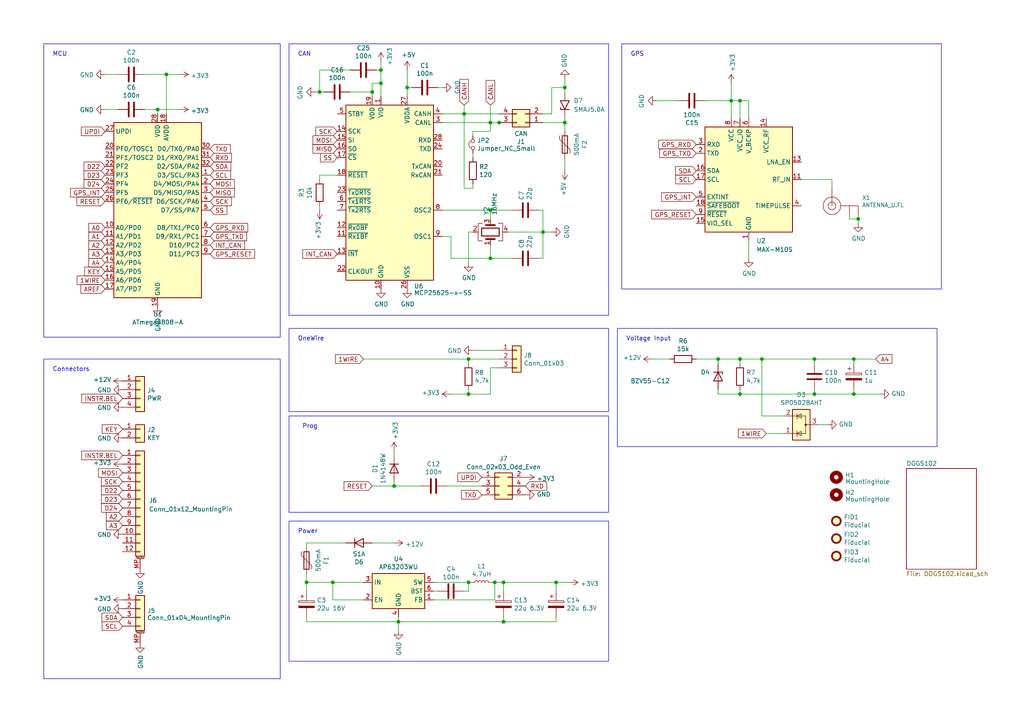
<source format=kicad_sch>
(kicad_sch (version 20230121) (generator eeschema)
  (paper "A4")
  (title_block (title "SmartDisplay") (date "2023-05-30") (rev "0.10") (company "fiz-o-matic"))
  (junction (at 107.95 26.67))
  (junction (at 247.65 104.14))
  (junction (at 220.98 104.14))
  (junction (at 110.49 24.13))
  (junction (at 142.24 74.93))
  (junction (at 142.24 60.96))
  (junction (at 146.05 180.34))
  (junction (at 214.63 114.3))
  (junction (at 247.65 114.3))
  (junction (at 163.83 35.56))
  (junction (at 248.92 63.5))
  (junction (at 146.05 168.91))
  (junction (at 143.51 168.91))
  (junction (at 110.49 20.32))
  (junction (at 157.48 67.31))
  (junction (at 134.62 33.02))
  (junction (at 212.09 29.21))
  (junction (at 88.9 168.91))
  (junction (at 208.28 104.14))
  (junction (at 45.72 31.75))
  (junction (at 96.52 168.91))
  (junction (at 135.89 168.91))
  (junction (at 135.89 114.3))
  (junction (at 48.26 21.59))
  (junction (at 214.63 29.21))
  (junction (at 236.22 104.14))
  (junction (at 214.63 104.14))
  (junction (at 236.22 114.3))
  (junction (at 115.57 180.34))
  (junction (at 135.89 104.14))
  (junction (at 92.71 26.67))
  (junction (at 142.24 35.56))
  (junction (at 161.29 168.91))
  (junction (at 163.83 25.4))
  (junction (at 144.78 35.56))
  (junction (at 118.11 25.4))
  (junction (at 114.3 140.97))
  (wire (pts (xy 114.3 139.7) (xy 114.3 140.97)))
  (wire (pts (xy 232.41 52.07) (xy 241.3 52.07)))
  (wire (pts (xy 115.57 180.34) (xy 146.05 180.34)))
  (wire (pts (xy 143.51 173.99) (xy 143.51 168.91)))
  (wire (pts (xy 114.3 140.97) (xy 121.92 140.97)))
  (wire (pts (xy 160.02 33.02) (xy 160.02 25.4)))
  (wire (pts (xy 161.29 168.91) (xy 165.1 168.91)))
  (wire (pts (xy 246.38 63.5) (xy 248.92 63.5)))
  (wire (pts (xy 135.89 171.45) (xy 135.89 168.91)))
  (wire (pts (xy 128.27 60.96) (xy 142.24 60.96)))
  (wire (pts (xy 160.02 25.4) (xy 163.83 25.4)))
  (wire (pts (xy 142.24 74.93) (xy 148.59 74.93)))
  (wire (pts (xy 92.71 26.67) (xy 93.98 26.67)))
  (wire (pts (xy 135.89 104.14) (xy 144.78 104.14)))
  (wire (pts (xy 130.81 74.93) (xy 142.24 74.93)))
  (wire (pts (xy 135.89 105.41) (xy 135.89 104.14)))
  (wire (pts (xy 208.28 105.41) (xy 208.28 104.14)))
  (wire (pts (xy 161.29 180.34) (xy 161.29 179.07)))
  (wire (pts (xy 142.24 71.12) (xy 142.24 74.93)))
  (wire (pts (xy 189.23 104.14) (xy 194.31 104.14)))
  (wire (pts (xy 220.98 120.65) (xy 227.33 120.65)))
  (wire (pts (xy 163.83 26.67) (xy 163.83 25.4)))
  (wire (pts (xy 41.91 21.59) (xy 48.26 21.59)))
  (wire (pts (xy 88.9 166.37) (xy 88.9 168.91)))
  (wire (pts (xy 147.32 67.31) (xy 157.48 67.31)))
  (wire (pts (xy 214.63 105.41) (xy 214.63 104.14)))
  (wire (pts (xy 88.9 168.91) (xy 96.52 168.91)))
  (wire (pts (xy 247.65 104.14) (xy 254 104.14)))
  (wire (pts (xy 48.26 21.59) (xy 48.26 33.02)))
  (wire (pts (xy 248.92 62.23) (xy 248.92 63.5)))
  (wire (pts (xy 30.48 21.59) (xy 34.29 21.59)))
  (wire (pts (xy 96.52 173.99) (xy 96.52 168.91)))
  (wire (pts (xy 105.41 104.14) (xy 135.89 104.14)))
  (wire (pts (xy 137.16 54.61) (xy 137.16 53.34)))
  (wire (pts (xy 135.89 113.03) (xy 135.89 114.3)))
  (wire (pts (xy 135.89 114.3) (xy 142.24 114.3)))
  (wire (pts (xy 110.49 20.32) (xy 110.49 24.13)))
  (wire (pts (xy 88.9 168.91) (xy 88.9 171.45)))
  (wire (pts (xy 130.81 114.3) (xy 135.89 114.3)))
  (wire (pts (xy 156.21 60.96) (xy 157.48 60.96)))
  (wire (pts (xy 134.62 33.02) (xy 144.78 33.02)))
  (wire (pts (xy 88.9 157.48) (xy 88.9 158.75)))
  (wire (pts (xy 118.11 25.4) (xy 119.38 25.4)))
  (wire (pts (xy 143.51 168.91) (xy 146.05 168.91)))
  (wire (pts (xy 134.62 33.02) (xy 134.62 54.61)))
  (wire (pts (xy 135.89 67.31) (xy 135.89 76.2)))
  (wire (pts (xy 142.24 38.1) (xy 142.24 35.56)))
  (wire (pts (xy 214.63 29.21) (xy 214.63 34.29)))
  (wire (pts (xy 236.22 113.03) (xy 236.22 114.3)))
  (wire (pts (xy 208.28 113.03) (xy 208.28 114.3)))
  (wire (pts (xy 144.78 35.56) (xy 146.05 35.56)))
  (wire (pts (xy 214.63 113.03) (xy 214.63 114.3)))
  (wire (pts (xy 45.72 31.75) (xy 52.07 31.75)))
  (wire (pts (xy 41.91 31.75) (xy 45.72 31.75)))
  (wire (pts (xy 137.16 45.72) (xy 137.16 44.45)))
  (wire (pts (xy 214.63 114.3) (xy 236.22 114.3)))
  (wire (pts (xy 236.22 105.41) (xy 236.22 104.14)))
  (wire (pts (xy 236.22 104.14) (xy 247.65 104.14)))
  (wire (pts (xy 101.6 26.67) (xy 107.95 26.67)))
  (wire (pts (xy 107.95 26.67) (xy 107.95 27.94)))
  (wire (pts (xy 100.33 157.48) (xy 88.9 157.48)))
  (wire (pts (xy 146.05 179.07) (xy 146.05 180.34)))
  (wire (pts (xy 247.65 105.41) (xy 247.65 104.14)))
  (wire (pts (xy 110.49 17.78) (xy 110.49 20.32)))
  (wire (pts (xy 212.09 29.21) (xy 214.63 29.21)))
  (wire (pts (xy 92.71 50.8) (xy 97.79 50.8)))
  (wire (pts (xy 118.11 25.4) (xy 118.11 27.94)))
  (wire (pts (xy 208.28 114.3) (xy 214.63 114.3)))
  (wire (pts (xy 107.95 24.13) (xy 107.95 26.67)))
  (wire (pts (xy 143.51 168.91) (xy 142.24 168.91)))
  (wire (pts (xy 137.16 101.6) (xy 144.78 101.6)))
  (wire (pts (xy 214.63 104.14) (xy 220.98 104.14)))
  (wire (pts (xy 92.71 50.8) (xy 92.71 52.07)))
  (wire (pts (xy 163.83 34.29) (xy 163.83 35.56)))
  (wire (pts (xy 241.3 52.07) (xy 241.3 54.61)))
  (wire (pts (xy 92.71 20.32) (xy 92.71 26.67)))
  (wire (pts (xy 128.27 35.56) (xy 142.24 35.56)))
  (wire (pts (xy 163.83 45.72) (xy 163.83 49.53)))
  (wire (pts (xy 137.16 38.1) (xy 142.24 38.1)))
  (wire (pts (xy 163.83 22.86) (xy 163.83 25.4)))
  (wire (pts (xy 125.73 171.45) (xy 127 171.45)))
  (wire (pts (xy 142.24 30.48) (xy 142.24 35.56)))
  (wire (pts (xy 157.48 60.96) (xy 157.48 67.31)))
  (wire (pts (xy 125.73 173.99) (xy 143.51 173.99)))
  (wire (pts (xy 130.81 68.58) (xy 130.81 74.93)))
  (wire (pts (xy 30.48 31.75) (xy 34.29 31.75)))
  (wire (pts (xy 208.28 104.14) (xy 214.63 104.14)))
  (wire (pts (xy 146.05 168.91) (xy 161.29 168.91)))
  (wire (pts (xy 96.52 168.91) (xy 105.41 168.91)))
  (wire (pts (xy 107.95 140.97) (xy 114.3 140.97)))
  (wire (pts (xy 129.54 140.97) (xy 139.7 140.97)))
  (wire (pts (xy 236.22 114.3) (xy 247.65 114.3)))
  (wire (pts (xy 212.09 24.13) (xy 212.09 29.21)))
  (wire (pts (xy 134.62 54.61) (xy 137.16 54.61)))
  (wire (pts (xy 109.22 20.32) (xy 110.49 20.32)))
  (wire (pts (xy 107.95 24.13) (xy 110.49 24.13)))
  (wire (pts (xy 92.71 59.69) (xy 92.71 60.96)))
  (wire (pts (xy 142.24 60.96) (xy 148.59 60.96)))
  (wire (pts (xy 212.09 29.21) (xy 212.09 34.29)))
  (wire (pts (xy 88.9 179.07) (xy 88.9 180.34)))
  (wire (pts (xy 237.49 123.19) (xy 240.03 123.19)))
  (wire (pts (xy 125.73 168.91) (xy 135.89 168.91)))
  (wire (pts (xy 157.48 33.02) (xy 160.02 33.02)))
  (wire (pts (xy 114.3 132.08) (xy 114.3 130.81)))
  (wire (pts (xy 246.38 62.23) (xy 246.38 63.5)))
  (wire (pts (xy 128.27 68.58) (xy 130.81 68.58)))
  (wire (pts (xy 190.5 29.21) (xy 196.85 29.21)))
  (wire (pts (xy 105.41 173.99) (xy 96.52 173.99)))
  (wire (pts (xy 134.62 30.48) (xy 134.62 33.02)))
  (wire (pts (xy 135.89 168.91) (xy 137.16 168.91)))
  (wire (pts (xy 101.6 20.32) (xy 92.71 20.32)))
  (wire (pts (xy 134.62 171.45) (xy 135.89 171.45)))
  (wire (pts (xy 220.98 104.14) (xy 236.22 104.14)))
  (wire (pts (xy 142.24 35.56) (xy 144.78 35.56)))
  (wire (pts (xy 247.65 114.3) (xy 255.27 114.3)))
  (wire (pts (xy 163.83 38.1) (xy 163.83 35.56)))
  (wire (pts (xy 142.24 114.3) (xy 142.24 106.68)))
  (wire (pts (xy 201.93 104.14) (xy 208.28 104.14)))
  (wire (pts (xy 137.16 67.31) (xy 135.89 67.31)))
  (wire (pts (xy 88.9 180.34) (xy 115.57 180.34)))
  (wire (pts (xy 217.17 69.85) (xy 217.17 74.93)))
  (wire (pts (xy 118.11 20.32) (xy 118.11 25.4)))
  (wire (pts (xy 204.47 29.21) (xy 212.09 29.21)))
  (wire (pts (xy 45.72 31.75) (xy 45.72 33.02)))
  (wire (pts (xy 146.05 168.91) (xy 146.05 171.45)))
  (wire (pts (xy 248.92 63.5) (xy 248.92 64.77)))
  (wire (pts (xy 115.57 180.34) (xy 115.57 182.88)))
  (wire (pts (xy 146.05 180.34) (xy 161.29 180.34)))
  (wire (pts (xy 161.29 168.91) (xy 161.29 171.45)))
  (wire (pts (xy 222.25 125.73) (xy 227.33 125.73)))
  (wire (pts (xy 142.24 60.96) (xy 142.24 63.5)))
  (wire (pts (xy 157.48 67.31) (xy 157.48 74.93)))
  (wire (pts (xy 247.65 113.03) (xy 247.65 114.3)))
  (wire (pts (xy 157.48 67.31) (xy 160.02 67.31)))
  (wire (pts (xy 157.48 35.56) (xy 163.83 35.56)))
  (wire (pts (xy 115.57 179.07) (xy 115.57 180.34)))
  (wire (pts (xy 214.63 29.21) (xy 217.17 29.21)))
  (wire (pts (xy 220.98 104.14) (xy 220.98 120.65)))
  (wire (pts (xy 128.27 33.02) (xy 134.62 33.02)))
  (wire (pts (xy 137.16 39.37) (xy 137.16 38.1)))
  (wire (pts (xy 48.26 21.59) (xy 52.07 21.59)))
  (wire (pts (xy 110.49 24.13) (xy 110.49 27.94)))
  (wire (pts (xy 217.17 29.21) (xy 217.17 34.29)))
  (wire (pts (xy 107.95 157.48) (xy 114.3 157.48)))
  (wire (pts (xy 142.24 106.68) (xy 144.78 106.68)))
  (wire (pts (xy 127 25.4) (xy 128.27 25.4)))
  (wire (pts (xy 156.21 74.93) (xy 157.48 74.93)))
  (wire (pts (xy 91.44 26.67) (xy 92.71 26.67)))
  (rectangle (start 83.82 120.65) (end 176.53 148.59))
  (rectangle (start 12.7 12.7) (end 81.28 97.79))
  (rectangle (start 83.82 151.13) (end 176.53 191.77))
  (rectangle (start 83.82 95.25) (end 176.53 119.38))
  (rectangle (start 12.7 104.14) (end 81.28 196.85))
  (rectangle (start 83.82 12.7) (end 176.53 91.44))
  (rectangle (start 180.34 12.7) (end 273.05 83.82))
  (rectangle (start 179.07 95.25) (end 271.78 129.54))
  (text "Voltage Input" (at 181.61 99.06 0) (effects (font (size 1.27 1.27)) (justify left bottom)))
  (text "Power" (at 86.36 154.94 0) (effects (font (size 1.27 1.27)) (justify left bottom)))
  (text "MCU" (at 15.24 16.51 0) (effects (font (size 1.27 1.27)) (justify left bottom)))
  (text "Connectors" (at 15.24 107.95 0) (effects (font (size 1.27 1.27)) (justify left bottom)))
  (text "OneWire" (at 86.36 99.06 0) (effects (font (size 1.27 1.27)) (justify left bottom)))
  (text "GPS" (at 182.88 16.51 0) (effects (font (size 1.27 1.27)) (justify left bottom)))
  (text "Prog" (at 87.63 124.46 0) (effects (font (size 1.27 1.27)) (justify left bottom)))
  (text "CAN" (at 86.36 16.51 0) (effects (font (size 1.27 1.27)) (justify left bottom)))
  (global_label "1WIRE" (shape input) (at 105.41 104.14 180) (property "Intersheetrefs" "${INTERSHEET_REFS}" (effects hide)))
  (global_label "MISO" (shape input) (at 97.79 43.18 180) (property "Intersheetrefs" "${INTERSHEET_REFS}" (effects hide)))
  (global_label "A2" (shape input) (at 35.56 149.86 180) (property "Intersheetrefs" "${INTERSHEET_REFS}" (effects hide)))
  (global_label "RXD" (shape input) (at 60.96 45.72 0) (property "Intersheetrefs" "${INTERSHEET_REFS}" (effects hide)))
  (global_label "RXD" (shape input) (at 152.4 140.97 0) (property "Intersheetrefs" "${INTERSHEET_REFS}" (effects hide)))
  (global_label "SDA" (shape input) (at 201.93 49.53 180) (property "Intersheetrefs" "${INTERSHEET_REFS}" (effects hide)))
  (global_label "UPDI" (shape input) (at 30.48 38.1 180) (property "Intersheetrefs" "${INTERSHEET_REFS}" (effects hide)))
  (global_label "KEY" (shape input) (at 35.56 124.46 180) (property "Intersheetrefs" "${INTERSHEET_REFS}" (effects hide)))
  (global_label "INT_CAN" (shape input) (at 60.96 71.12 0) (property "Intersheetrefs" "${INTERSHEET_REFS}" (effects hide)))
  (global_label "RESET" (shape input) (at 30.48 58.42 180) (property "Intersheetrefs" "${INTERSHEET_REFS}" (effects hide)))
  (global_label "INSTR.BEL" (shape input) (at 35.56 132.08 180) (property "Intersheetrefs" "${INTERSHEET_REFS}" (effects hide)))
  (global_label "SCL" (shape input) (at 201.93 52.07 180) (property "Intersheetrefs" "${INTERSHEET_REFS}" (effects hide)))
  (global_label "A4" (shape input) (at 254 104.14 0) (property "Intersheetrefs" "${INTERSHEET_REFS}" (effects hide)))
  (global_label "A3" (shape input) (at 35.56 152.4 180) (property "Intersheetrefs" "${INTERSHEET_REFS}" (effects hide)))
  (global_label "AREF" (shape input) (at 30.48 83.82 180) (property "Intersheetrefs" "${INTERSHEET_REFS}" (effects hide)))
  (global_label "D23" (shape input) (at 35.56 144.78 180) (property "Intersheetrefs" "${INTERSHEET_REFS}" (effects hide)))
  (global_label "SS" (shape input) (at 97.79 45.72 180) (property "Intersheetrefs" "${INTERSHEET_REFS}" (effects hide)))
  (global_label "MOSI" (shape input) (at 35.56 137.16 180) (property "Intersheetrefs" "${INTERSHEET_REFS}" (effects hide)))
  (global_label "A0" (shape input) (at 30.48 66.04 180) (property "Intersheetrefs" "${INTERSHEET_REFS}" (effects hide)))
  (global_label "MISO" (shape input) (at 60.96 55.88 0) (property "Intersheetrefs" "${INTERSHEET_REFS}" (effects hide)))
  (global_label "SCL" (shape input) (at 35.56 181.61 180) (property "Intersheetrefs" "${INTERSHEET_REFS}" (effects hide)))
  (global_label "A4" (shape input) (at 30.48 76.2 180) (property "Intersheetrefs" "${INTERSHEET_REFS}" (effects hide)))
  (global_label "D24" (shape input) (at 30.48 53.34 180) (property "Intersheetrefs" "${INTERSHEET_REFS}" (effects hide)))
  (global_label "D24" (shape input) (at 35.56 147.32 180) (property "Intersheetrefs" "${INTERSHEET_REFS}" (effects hide)))
  (global_label "SDA" (shape input) (at 60.96 48.26 0) (property "Intersheetrefs" "${INTERSHEET_REFS}" (effects hide)))
  (global_label "INT_CAN" (shape input) (at 97.79 73.66 180) (property "Intersheetrefs" "${INTERSHEET_REFS}" (effects hide)))
  (global_label "1WIRE" (shape input) (at 30.48 81.28 180) (property "Intersheetrefs" "${INTERSHEET_REFS}" (effects hide)))
  (global_label "SCL" (shape input) (at 60.96 50.8 0) (property "Intersheetrefs" "${INTERSHEET_REFS}" (effects hide)))
  (global_label "A3" (shape input) (at 30.48 73.66 180) (property "Intersheetrefs" "${INTERSHEET_REFS}" (effects hide)))
  (global_label "GPS_INT" (shape input) (at 201.93 57.15 180) (property "Intersheetrefs" "${INTERSHEET_REFS}" (effects hide)))
  (global_label "MOSI" (shape input) (at 97.79 40.64 180) (property "Intersheetrefs" "${INTERSHEET_REFS}" (effects hide)))
  (global_label "SCK" (shape input) (at 60.96 58.42 0) (property "Intersheetrefs" "${INTERSHEET_REFS}" (effects hide)))
  (global_label "SS" (shape input) (at 60.96 60.96 0) (property "Intersheetrefs" "${INTERSHEET_REFS}" (effects hide)))
  (global_label "SCK" (shape input) (at 97.79 38.1 180) (property "Intersheetrefs" "${INTERSHEET_REFS}" (effects hide)))
  (global_label "GPS_RXD" (shape input) (at 60.96 66.04 0) (property "Intersheetrefs" "${INTERSHEET_REFS}" (effects hide)))
  (global_label "D22" (shape input) (at 30.48 48.26 180) (property "Intersheetrefs" "${INTERSHEET_REFS}" (effects hide)))
  (global_label "TXD" (shape input) (at 139.7 143.51 180) (property "Intersheetrefs" "${INTERSHEET_REFS}" (effects hide)))
  (global_label "CANL" (shape input) (at 142.24 30.48 90) (property "Intersheetrefs" "${INTERSHEET_REFS}" (effects hide)))
  (global_label "D22" (shape input) (at 35.56 142.24 180) (property "Intersheetrefs" "${INTERSHEET_REFS}" (effects hide)))
  (global_label "GPS_RESET" (shape input) (at 201.93 62.23 180) (property "Intersheetrefs" "${INTERSHEET_REFS}" (effects hide)))
  (global_label "RESET" (shape input) (at 107.95 140.97 180) (property "Intersheetrefs" "${INTERSHEET_REFS}" (effects hide)))
  (global_label "GPS_RESET" (shape input) (at 60.96 73.66 0) (property "Intersheetrefs" "${INTERSHEET_REFS}" (effects hide)))
  (global_label "TXD" (shape input) (at 60.96 43.18 0) (property "Intersheetrefs" "${INTERSHEET_REFS}" (effects hide)))
  (global_label "GPS_TXD" (shape input) (at 201.93 44.45 180) (property "Intersheetrefs" "${INTERSHEET_REFS}" (effects hide)))
  (global_label "SCK" (shape input) (at 35.56 139.7 180) (property "Intersheetrefs" "${INTERSHEET_REFS}" (effects hide)))
  (global_label "A1" (shape input) (at 30.48 68.58 180) (property "Intersheetrefs" "${INTERSHEET_REFS}" (effects hide)))
  (global_label "GPS_TXD" (shape input) (at 60.96 68.58 0) (property "Intersheetrefs" "${INTERSHEET_REFS}" (effects hide)))
  (global_label "CANH" (shape input) (at 134.62 30.48 90) (property "Intersheetrefs" "${INTERSHEET_REFS}" (effects hide)))
  (global_label "D23" (shape input) (at 30.48 50.8 180) (property "Intersheetrefs" "${INTERSHEET_REFS}" (effects hide)))
  (global_label "UPDI" (shape input) (at 139.7 138.43 180) (property "Intersheetrefs" "${INTERSHEET_REFS}" (effects hide)))
  (global_label "KEY" (shape input) (at 30.48 78.74 180) (property "Intersheetrefs" "${INTERSHEET_REFS}" (effects hide)))
  (global_label "GPS_RXD" (shape input) (at 201.93 41.91 180) (property "Intersheetrefs" "${INTERSHEET_REFS}" (effects hide)))
  (global_label "GPS_INT" (shape input) (at 30.48 55.88 180) (property "Intersheetrefs" "${INTERSHEET_REFS}" (effects hide)))
  (global_label "MOSI" (shape input) (at 60.96 53.34 0) (property "Intersheetrefs" "${INTERSHEET_REFS}" (effects hide)))
  (global_label "A2" (shape input) (at 30.48 71.12 180) (property "Intersheetrefs" "${INTERSHEET_REFS}" (effects hide)))
  (global_label "1WIRE" (shape input) (at 222.25 125.73 180) (property "Intersheetrefs" "${INTERSHEET_REFS}" (effects hide)))
  (global_label "INSTR.BEL" (shape input) (at 35.56 115.57 180) (property "Intersheetrefs" "${INTERSHEET_REFS}" (effects hide)))
  (global_label "SDA" (shape input) (at 35.56 179.07 180) (property "Intersheetrefs" "${INTERSHEET_REFS}" (effects hide)))
  (symbol (lib_id "Device:C") (at 152.4 74.93 90) (unit 1)
    (property "Reference" "C8" (at 151.2316 72.009 0) (effects (justify left)))
    (property "Value" "22p" (at 153.543 72.009 0) (effects (justify left)))
    (property "Footprint" "Capacitor_SMD:C_0805_2012Metric" (effects hide))
  )
  (symbol (lib_id "Device:C") (at 152.4 60.96 90) (unit 1)
    (property "Reference" "C7" (at 151.2316 58.039 0) (effects (justify left)))
    (property "Value" "22p" (at 153.543 58.039 0) (effects (justify left)))
    (property "Footprint" "Capacitor_SMD:C_0805_2012Metric" (effects hide))
  )
  (symbol (lib_id "Device:R") (at 137.16 49.53 0) (unit 1)
    (property "Reference" "R2" (at 138.938 48.3616 0) (effects (justify left)))
    (property "Value" "120" (at 138.938 50.673 0) (effects (justify left)))
    (property "Footprint" "Resistor_SMD:R_0805_2012Metric" (effects hide))
  )
  (symbol (lib_id "SmartDisplay-rescue:Jumper_NC_Small-Device") (at 137.16 41.91 90) (unit 1)
    (property "Reference" "JP2" (at 138.3538 40.7416 90) (effects (justify right)))
    (property "Value" "Jumper_NC_Small" (at 138.3538 43.053 90) (effects (justify right)))
    (property "Footprint" "Jumper:SolderJumper-2_P1.3mm_Open_RoundedPad1.0x1.5mm" (effects hide))
  )
  (symbol (lib_id "Device:C") (at 125.73 140.97 270) (unit 1)
    (property "Reference" "C12" (at 125.73 134.5692 90))
    (property "Value" "100n" (at 125.73 136.8806 90))
    (property "Footprint" "Capacitor_SMD:C_0805_2012Metric" (effects hide))
  )
  (symbol (lib_id "power:+5V") (at 163.83 49.53 180) (unit 1)
    (property "Reference" "#PWR015" (effects hide))
    (property "Value" "+5V" (at 163.449 52.7812 90) (effects (justify left)))
  )
  (symbol (lib_id "power:+12V") (at 35.56 110.49 90) (unit 1)
    (property "Reference" "#PWR025" (effects hide))
    (property "Value" "+12V" (at 32.3088 110.109 90) (effects (justify left)))
  )
  (symbol (lib_id "Device:C") (at 123.19 25.4 270) (unit 1)
    (property "Reference" "C1" (at 123.19 18.9992 90))
    (property "Value" "100n" (at 123.19 21.3106 90))
    (property "Footprint" "Capacitor_SMD:C_0805_2012Metric" (effects hide))
  )
  (symbol (lib_id "Device:C") (at 38.1 31.75 270) (unit 1)
    (property "Reference" "C6" (at 38.1 25.3492 90))
    (property "Value" "100n" (at 38.1 27.6606 90))
    (property "Footprint" "Capacitor_SMD:C_0805_2012Metric" (effects hide))
  )
  (symbol (lib_id "power:GND") (at 45.72 88.9 0) (unit 1)
    (property "Reference" "#PWR012" (effects hide))
    (property "Value" "GND" (at 45.847 92.1512 90) (effects (justify right)))
  )
  (symbol (lib_id "power:GND") (at 35.56 118.11 270) (unit 1)
    (property "Reference" "#PWR029" (effects hide))
    (property "Value" "GND" (at 32.3088 118.237 90) (effects (justify right)))
  )
  (symbol (lib_id "Connector_Generic:Conn_02x02_Top_Bottom") (at 152.4 35.56 180) (unit 1)
    (property "Reference" "J1" (at 151.13 41.0718 0))
    (property "Value" "CAN" (at 151.13 38.7604 0))
    (property "Footprint" "Connector_Molex:Molex_Micro-Fit_3.0_43045-0412_2x02_P3.00mm_Vertical" (effects hide))
  )
  (symbol (lib_id "power:GND") (at 137.16 101.6 270) (unit 1)
    (property "Reference" "#PWR039" (effects hide))
    (property "Value" "GND" (at 133.9088 101.727 90) (effects (justify right)))
  )
  (symbol (lib_id "Device:R") (at 135.89 109.22 0) (unit 1)
    (property "Reference" "R8" (at 137.668 108.0516 0) (effects (justify left)))
    (property "Value" "4,7k" (at 137.668 110.363 0) (effects (justify left)))
    (property "Footprint" "Resistor_SMD:R_0805_2012Metric" (effects hide))
  )
  (symbol (lib_id "Device:R") (at 92.71 55.88 0) (unit 1)
    (property "Reference" "R3" (at 87.4522 55.88 90))
    (property "Value" "10k" (at 89.7636 55.88 90))
    (property "Footprint" "Resistor_SMD:R_0805_2012Metric" (effects hide))
  )
  (symbol (lib_id "Device:R") (at 198.12 104.14 90) (mirror x) (unit 1)
    (property "Reference" "R6" (at 198.12 98.8822 90))
    (property "Value" "15k" (at 198.12 101.1936 90))
    (property "Footprint" "Resistor_SMD:R_0805_2012Metric" (effects hide))
  )
  (symbol (lib_id "Device:R") (at 214.63 109.22 0) (unit 1)
    (property "Reference" "R7" (at 216.408 108.0516 0) (effects (justify left)))
    (property "Value" "4,7k" (at 216.408 110.363 0) (effects (justify left)))
    (property "Footprint" "Resistor_SMD:R_0805_2012Metric" (effects hide))
  )
  (symbol (lib_id "Device:C") (at 236.22 109.22 0) (unit 1)
    (property "Reference" "C10" (at 239.141 108.0516 0) (effects (justify left)))
    (property "Value" "100n" (at 239.141 110.363 0) (effects (justify left)))
    (property "Footprint" "Capacitor_SMD:C_0805_2012Metric" (effects hide))
  )
  (symbol (lib_id "SmartDisplay-rescue:CP-Device") (at 247.65 109.22 0) (unit 1)
    (property "Reference" "C11" (at 250.6472 108.0516 0) (effects (justify left)))
    (property "Value" "1u" (at 250.6472 110.363 0) (effects (justify left)))
    (property "Footprint" "Capacitor_Tantalum_SMD:CP_EIA-3216-18_Kemet-A" (effects hide))
  )
  (symbol (lib_id "Device:D_Zener") (at 208.28 109.22 270) (unit 1)
    (property "Reference" "D4" (at 203.2 107.95 90) (effects (justify left)))
    (property "Value" "BZV55-C12" (at 194.31 110.49 90) (effects (justify right)))
    (property "Footprint" "Diode_SMD:D_MiniMELF" (effects hide))
    (property "MPN" "BZV55-C12,115" (effects hide))
  )
  (symbol (lib_id "power:GND") (at 255.27 114.3 90) (unit 1)
    (property "Reference" "#PWR035" (effects hide))
    (property "Value" "GND" (at 258.5212 114.173 90) (effects (justify right)))
  )
  (symbol (lib_id "power:GND") (at 35.56 113.03 270) (unit 1)
    (property "Reference" "#PWR026" (effects hide))
    (property "Value" "GND" (at 32.3088 113.157 90) (effects (justify right)))
  )
  (symbol (lib_id "power:GND") (at 35.56 127 270) (unit 1)
    (property "Reference" "#PWR021" (effects hide))
    (property "Value" "GND" (at 32.3088 127.127 90) (effects (justify right)))
  )
  (symbol (lib_id "power:GND") (at 163.83 22.86 180) (unit 1)
    (property "Reference" "#PWR013" (effects hide))
    (property "Value" "GND" (at 163.703 19.6088 90) (effects (justify right)))
  )
  (symbol (lib_id "power:GND") (at 35.56 154.94 270) (unit 1)
    (property "Reference" "#PWR030" (effects hide))
    (property "Value" "GND" (at 32.3088 155.067 90) (effects (justify right)))
  )
  (symbol (lib_id "power:+12V") (at 189.23 104.14 90) (unit 1)
    (property "Reference" "#PWR031" (effects hide))
    (property "Value" "+12V" (at 185.9788 103.759 90) (effects (justify left)))
  )
  (symbol (lib_id "Connector_Generic:Conn_01x04") (at 40.64 113.03 0) (unit 1)
    (property "Reference" "J4" (at 42.672 113.2332 0) (effects (justify left)))
    (property "Value" "PWR" (at 42.672 115.5446 0) (effects (justify left)))
    (property "Footprint" "Connector_JST:JST_XH_B4B-XH-A_1x04_P2.50mm_Vertical" (effects hide))
  )
  (symbol (lib_id "Connector_Generic:Conn_01x02") (at 40.64 124.46 0) (unit 1)
    (property "Reference" "J2" (at 42.672 124.6632 0) (effects (justify left)))
    (property "Value" "KEY" (at 42.672 126.9746 0) (effects (justify left)))
    (property "Footprint" "Connector_JST:JST_XH_B2B-XH-A_1x02_P2.50mm_Vertical" (effects hide))
  )
  (symbol (lib_id "Device:Crystal_GND24") (at 142.24 67.31 90) (unit 1)
    (property "Reference" "Y2" (at 141.0716 62.3824 0) (effects (justify left)))
    (property "Value" "16MHz" (at 143.383 62.3824 0) (effects (justify left)))
    (property "Footprint" "Crystal:Crystal_SMD_2520-4Pin_2.5x2.0mm" (effects hide))
  )
  (symbol (lib_id "power:+12V") (at 114.3 157.48 270) (unit 1)
    (property "Reference" "#PWR0106" (effects hide))
    (property "Value" "+12V" (at 117.5512 157.861 90) (effects (justify left)))
  )
  (symbol (lib_id "power:GND") (at 115.57 182.88 0) (unit 1)
    (property "Reference" "#PWR0107" (effects hide))
    (property "Value" "GND" (at 115.697 186.1312 90) (effects (justify right)))
  )
  (symbol (lib_id "SmartDisplay-rescue:ATmega4808-A-fiz-o-matic") (at 45.72 60.96 0) (unit 1)
    (property "Reference" "U1" (at 45.72 91.1606 0))
    (property "Value" "ATmega4808-A" (at 45.72 93.472 0))
    (property "Footprint" "Package_QFP:TQFP-32_7x7mm_P0.8mm" (effects hide))
    (property "Datasheet" "http://ww1.microchip.com/downloads/en/DeviceDoc/40002017A.pdf" (effects hide))
  )
  (symbol (lib_id "Device:C") (at 38.1 21.59 270) (unit 1)
    (property "Reference" "C2" (at 38.1 15.1892 90))
    (property "Value" "100n" (at 38.1 17.5006 90))
    (property "Footprint" "Capacitor_SMD:C_0805_2012Metric" (effects hide))
  )
  (symbol (lib_id "power:GND") (at 30.48 21.59 270) (unit 1)
    (property "Reference" "#PWR0103" (effects hide))
    (property "Value" "GND" (at 27.2288 21.717 90) (effects (justify right)))
  )
  (symbol (lib_id "power:GND") (at 30.48 31.75 270) (unit 1)
    (property "Reference" "#PWR0104" (effects hide))
    (property "Value" "GND" (at 27.2288 31.877 90) (effects (justify right)))
  )
  (symbol (lib_id "Device:Polyfuse") (at 88.9 162.56 180) (unit 1)
    (property "Reference" "F1" (at 94.615 162.56 90))
    (property "Value" "500mA" (at 92.3036 162.56 90))
    (property "Footprint" "Fuse:Fuse_1206_3216Metric" (effects hide))
  )
  (symbol (lib_id "Mechanical:Fiducial") (at 242.57 151.13 0) (unit 1)
    (property "Reference" "FID1" (at 244.729 149.9616 0) (effects (justify left)))
    (property "Value" "Fiducial" (at 244.729 152.273 0) (effects (justify left)))
    (property "Footprint" "Fiducial:Fiducial_0.5mm_Mask1mm" (effects hide))
  )
  (symbol (lib_id "Mechanical:Fiducial") (at 242.57 156.21 0) (unit 1)
    (property "Reference" "FID2" (at 244.729 155.0416 0) (effects (justify left)))
    (property "Value" "Fiducial" (at 244.729 157.353 0) (effects (justify left)))
    (property "Footprint" "Fiducial:Fiducial_0.5mm_Mask1mm" (effects hide))
  )
  (symbol (lib_id "Mechanical:Fiducial") (at 242.57 161.29 0) (unit 1)
    (property "Reference" "FID3" (at 244.729 160.1216 0) (effects (justify left)))
    (property "Value" "Fiducial" (at 244.729 162.433 0) (effects (justify left)))
    (property "Footprint" "Fiducial:Fiducial_0.5mm_Mask1mm" (effects hide))
  )
  (symbol (lib_id "SmartDisplay-rescue:ANTENNA_U.FL-fiz-o-matic") (at 241.3 59.69 90) (unit 1)
    (property "Reference" "X1" (at 250.0376 57.3532 90) (effects (font (size 1.143 1.143)) (justify right)))
    (property "Value" "ANTENNA_U.FL" (at 250.0376 59.4868 90) (effects (font (size 1.143 1.143)) (justify right)))
    (property "Footprint" "Connector_Coaxial:U.FL_Molex_MCRF_73412-0110_Vertical" (effects hide))
  )
  (symbol (lib_id "power:GND") (at 248.92 64.77 0) (unit 1)
    (property "Reference" "#PWR0126" (effects hide))
    (property "Value" "GND" (at 249.047 69.1642 0))
  )
  (symbol (lib_id "power:GND") (at 240.03 123.19 90) (unit 1)
    (property "Reference" "#PWR0101" (effects hide))
    (property "Value" "GND" (at 243.2812 123.063 90) (effects (justify right)))
  )
  (symbol (lib_id "Power_Protection:SP0502BAHT") (at 232.41 123.19 90) (unit 1)
    (property "Reference" "D3" (at 232.41 114.5032 90))
    (property "Value" "SP0502BAHT" (at 232.41 116.8146 90))
    (property "Footprint" "Package_TO_SOT_SMD:SOT-23" (effects hide))
    (property "Datasheet" "http://www.littelfuse.com/~/media/files/littelfuse/technical%20resources/documents/data%20sheets/sp05xxba.pdf" (effects hide))
  )
  (symbol (lib_id "Diode:1N4148W") (at 104.14 157.48 0) (unit 1)
    (property "Reference" "D6" (at 104.14 162.9918 0))
    (property "Value" "S1A" (at 104.14 160.6804 0))
    (property "Footprint" "Diode_SMD:D_SMA" (effects hide))
    (property "Datasheet" "https://www.vishay.com/docs/85748/1n4148w.pdf" (effects hide))
  )
  (symbol (lib_id "Regulator_Switching:AP63203WU") (at 115.57 171.45 0) (unit 1)
    (property "Reference" "U4" (at 115.57 162.1282 0))
    (property "Value" "AP63203WU" (at 115.57 164.4396 0))
    (property "Footprint" "Package_TO_SOT_SMD:TSOT-23-6" (effects hide))
    (property "Datasheet" "https://www.diodes.com/assets/Datasheets/AP63200-AP63201-AP63203-AP63205.pdf" (effects hide))
  )
  (symbol (lib_id "Device:C") (at 130.81 171.45 270) (unit 1)
    (property "Reference" "C4" (at 130.81 165.0492 90))
    (property "Value" "100n" (at 130.81 167.3606 90))
    (property "Footprint" "Capacitor_SMD:C_0805_2012Metric" (effects hide))
  )
  (symbol (lib_id "SmartDisplay-rescue:CP-Device") (at 146.05 175.26 0) (unit 1)
    (property "Reference" "C13" (at 149.0472 174.0916 0) (effects (justify left)))
    (property "Value" "22u 6.3V" (at 149.0472 176.403 0) (effects (justify left)))
    (property "Footprint" "Capacitor_SMD:CP_Elec_4x4.5" (effects hide))
  )
  (symbol (lib_id "SmartDisplay-rescue:CP-Device") (at 88.9 175.26 0) (unit 1)
    (property "Reference" "C3" (at 91.8972 174.0916 0) (effects (justify left)))
    (property "Value" "22u 16V" (at 91.8972 176.403 0) (effects (justify left)))
    (property "Footprint" "Capacitor_SMD:CP_Elec_5x5.4" (effects hide))
  )
  (symbol (lib_id "SmartDisplay-rescue:CP-Device") (at 161.29 175.26 0) (unit 1)
    (property "Reference" "C14" (at 164.2872 174.0916 0) (effects (justify left)))
    (property "Value" "22u 6.3V" (at 164.2872 176.403 0) (effects (justify left)))
    (property "Footprint" "Capacitor_SMD:CP_Elec_4x4.5" (effects hide))
  )
  (symbol (lib_id "Device:L_Small") (at 139.7 168.91 90) (unit 1)
    (property "Reference" "L1" (at 139.7 164.211 90))
    (property "Value" "4.7uH" (at 139.7 166.5224 90))
    (property "Footprint" "Inductor_SMD:L_0805_2012Metric" (effects hide))
  )
  (symbol (lib_id "SmartDisplay-rescue:+3.3V-power") (at 165.1 168.91 270) (unit 1)
    (property "Reference" "#PWR0102" (effects hide))
    (property "Value" "+3.3V" (at 168.3512 169.291 90) (effects (justify left)))
  )
  (symbol (lib_id "SmartDisplay-rescue:+3.3V-power") (at 52.07 21.59 270) (unit 1)
    (property "Reference" "#PWR0108" (effects hide))
    (property "Value" "+3.3V" (at 55.3212 21.971 90) (effects (justify left)))
  )
  (symbol (lib_id "SmartDisplay-rescue:+3.3V-power") (at 52.07 31.75 270) (unit 1)
    (property "Reference" "#PWR0111" (effects hide))
    (property "Value" "+3.3V" (at 55.3212 32.131 90) (effects (justify left)))
  )
  (symbol (lib_id "power:GND") (at 190.5 29.21 270) (unit 1)
    (property "Reference" "#PWR0112" (effects hide))
    (property "Value" "GND" (at 186.1058 29.337 0))
  )
  (symbol (lib_id "SmartDisplay-rescue:+3.3V-power") (at 212.09 24.13 0) (unit 1)
    (property "Reference" "#PWR0113" (effects hide))
    (property "Value" "+3.3V" (at 212.471 20.8788 90) (effects (justify left)))
  )
  (symbol (lib_id "Connector_Generic:Conn_01x03") (at 149.86 104.14 0) (unit 1)
    (property "Reference" "J8" (at 151.892 103.0732 0) (effects (justify left)))
    (property "Value" "Conn_01x03" (at 151.892 105.3846 0) (effects (justify left)))
    (property "Footprint" "Connector_Molex:Molex_Micro-Fit_3.0_43650-0315_1x03_P3.00mm_Vertical" (effects hide))
  )
  (symbol (lib_id "SmartDisplay-rescue:+3.3V-power") (at 130.81 114.3 90) (unit 1)
    (property "Reference" "#PWR0115" (effects hide))
    (property "Value" "+3.3V" (at 127.5588 113.919 90) (effects (justify left)))
  )
  (symbol (lib_id "Device:C") (at 200.66 29.21 90) (unit 1)
    (property "Reference" "C15" (at 200.66 35.6108 90))
    (property "Value" "100n" (at 200.66 33.2994 90))
    (property "Footprint" "Capacitor_SMD:C_0805_2012Metric" (effects hide))
  )
  (symbol (lib_id "power:GND") (at 217.17 74.93 0) (unit 1)
    (property "Reference" "#PWR0120" (effects hide))
    (property "Value" "GND" (at 217.297 79.3242 0))
  )
  (symbol (lib_id "SmartDisplay-rescue:+3.3V-power") (at 35.56 134.62 90) (unit 1)
    (property "Reference" "#PWR0123" (effects hide))
    (property "Value" "+3.3V" (at 32.3088 134.239 90) (effects (justify left)))
  )
  (symbol (lib_id "SmartDisplay-rescue:+3.3V-power") (at 114.3 130.81 0) (unit 1)
    (property "Reference" "#PWR0124" (effects hide))
    (property "Value" "+3.3V" (at 114.681 127.5588 90) (effects (justify left)))
  )
  (symbol (lib_id "SmartDisplay-rescue:+3.3V-power") (at 92.71 60.96 180) (unit 1)
    (property "Reference" "#PWR0125" (effects hide))
    (property "Value" "+3.3V" (at 92.329 64.2112 90) (effects (justify left)))
  )
  (symbol (lib_id "SmartDisplay-rescue:+3.3V-power") (at 35.56 173.99 90) (unit 1)
    (property "Reference" "#PWR016" (effects hide))
    (property "Value" "+3.3V" (at 32.3088 173.609 90) (effects (justify left)))
  )
  (symbol (lib_id "Device:C") (at 97.79 26.67 270) (unit 1)
    (property "Reference" "C16" (at 97.79 20.2692 90))
    (property "Value" "100n" (at 97.79 22.5806 90))
    (property "Footprint" "Capacitor_SMD:C_0805_2012Metric" (effects hide))
  )
  (symbol (lib_id "power:GND") (at 40.64 186.69 0) (unit 1)
    (property "Reference" "#PWR018" (effects hide))
    (property "Value" "GND" (at 40.767 189.9412 90) (effects (justify right)))
  )
  (symbol (lib_id "Interface_CAN_LIN:MCP25625-x-SS") (at 113.03 55.88 0) (unit 1)
    (property "Reference" "U6" (at 120.0659 83.0025 0) (effects (justify left)))
    (property "Value" "MCP25625-x-SS" (at 120.0659 84.9235 0) (effects (justify left)))
    (property "Footprint" "Package_SO:SSOP-28_5.3x10.2mm_P0.65mm" (effects hide))
    (property "Datasheet" "https://ww1.microchip.com/downloads/en/DeviceDoc/MCP25625-CAN-Controller-Data-Sheet-20005282C.pdf" (effects hide))
  )
  (symbol (lib_id "power:GND") (at 152.4 143.51 90) (unit 1)
    (property "Reference" "#PWR020" (effects hide))
    (property "Value" "GND" (at 155.6512 143.383 90) (effects (justify right)))
  )
  (symbol (lib_id "power:GND") (at 40.64 165.1 0) (unit 1)
    (property "Reference" "#PWR010" (effects hide))
    (property "Value" "GND" (at 40.767 168.3512 90) (effects (justify right)))
  )
  (symbol (lib_id "Device:C") (at 105.41 20.32 270) (unit 1)
    (property "Reference" "C25" (at 105.41 13.9192 90))
    (property "Value" "100n" (at 105.41 16.2306 90))
    (property "Footprint" "Capacitor_SMD:C_0805_2012Metric" (effects hide))
  )
  (symbol (lib_id "RF_GPS:MAX-M10S") (at 217.17 52.07 0) (unit 1)
    (property "Reference" "U2" (at 219.3641 69.85 0) (effects (justify left)))
    (property "Value" "MAX-M10S" (at 219.3641 72.39 0) (effects (justify left)))
    (property "Footprint" "RF_GPS:ublox_MAX" (effects hide))
    (property "Datasheet" "https://content.u-blox.com/sites/default/files/MAX-M10S_DataSheet_UBX-20035208.pdf" (effects hide))
  )
  (symbol (lib_id "power:GND") (at 160.02 67.31 90) (unit 1)
    (property "Reference" "#PWR02" (effects hide))
    (property "Value" "GND" (at 164.4142 67.183 0))
  )
  (symbol (lib_id "Diode:SMAJ5.0A") (at 163.83 30.48 90) (unit 1)
    (property "Reference" "D7" (at 166.37 29.21 90) (effects (justify right)))
    (property "Value" "SMAJ5.0A" (at 166.37 31.75 90) (effects (justify right)))
    (property "Footprint" "Diode_SMD:D_SMA" (effects hide))
    (property "Datasheet" "https://www.littelfuse.com/media?resourcetype=datasheets&itemid=75e32973-b177-4ee3-a0ff-cedaf1abdb93&filename=smaj-datasheet" (effects hide))
  )
  (symbol (lib_id "power:+5V") (at 118.11 20.32 0) (unit 1)
    (property "Reference" "#PWR05" (effects hide))
    (property "Value" "+5V" (at 118.491 15.9258 0))
  )
  (symbol (lib_id "power:GND") (at 118.11 83.82 0) (unit 1)
    (property "Reference" "#PWR04" (effects hide))
    (property "Value" "GND" (at 118.237 88.2142 0))
  )
  (symbol (lib_id "power:GND") (at 128.27 25.4 90) (unit 1)
    (property "Reference" "#PWR014" (effects hide))
    (property "Value" "GND" (at 132.6642 25.273 0))
  )
  (symbol (lib_id "Diode:1N4148W") (at 114.3 135.89 270) (unit 1)
    (property "Reference" "D1" (at 108.7882 135.89 0))
    (property "Value" "1N4148W" (at 111.0996 135.89 0))
    (property "Footprint" "Diode_SMD:D_0805_2012Metric" (effects hide))
    (property "Datasheet" "https://www.vishay.com/docs/85748/1n4148w.pdf" (effects hide))
  )
  (symbol (lib_id "Mechanical:MountingHole") (at 242.57 143.51 0) (unit 1)
    (property "Reference" "H2" (at 245.11 142.8663 0) (effects (justify left)))
    (property "Value" "MountingHole" (at 245.11 144.7873 0) (effects (justify left)))
    (property "Footprint" "MountingHole:MountingHole_2.2mm_M2" (effects hide))
  )
  (symbol (lib_id "Mechanical:MountingHole") (at 242.57 138.43 0) (unit 1)
    (property "Reference" "H1" (at 245.11 137.7863 0) (effects (justify left)))
    (property "Value" "MountingHole" (at 245.11 139.7073 0) (effects (justify left)))
    (property "Footprint" "MountingHole:MountingHole_2.2mm_M2" (effects hide))
  )
  (symbol (lib_id "power:GND") (at 110.49 83.82 0) (unit 1)
    (property "Reference" "#PWR03" (effects hide))
    (property "Value" "GND" (at 110.617 88.2142 0))
  )
  (symbol (lib_id "Connector_Generic:Conn_02x03_Odd_Even") (at 144.78 140.97 0) (unit 1)
    (property "Reference" "J7" (at 146.05 133.0157 0))
    (property "Value" "Conn_02x03_Odd_Even" (at 146.05 135.4399 0))
    (property "Footprint" "Connector_PinHeader_2.54mm:PinHeader_2x03_P2.54mm_Vertical" (effects hide))
  )
  (symbol (lib_id "Device:Polyfuse") (at 163.83 41.91 180) (unit 1)
    (property "Reference" "F2" (at 169.545 41.91 90))
    (property "Value" "500mA" (at 167.2336 41.91 90))
    (property "Footprint" "Fuse:Fuse_1206_3216Metric" (effects hide))
  )
  (symbol (lib_id "power:GND") (at 135.89 76.2 0) (unit 1)
    (property "Reference" "#PWR01" (effects hide))
    (property "Value" "GND" (at 136.017 80.5942 0))
  )
  (symbol (lib_id "SmartDisplay-rescue:+3.3V-power") (at 152.4 138.43 270) (unit 1)
    (property "Reference" "#PWR019" (effects hide))
    (property "Value" "+3.3V" (at 155.6512 138.811 90) (effects (justify left)))
  )
  (symbol (lib_id "Connector_Generic_MountingPin:Conn_01x04_MountingPin") (at 40.64 176.53 0) (unit 1)
    (property "Reference" "J5" (at 42.672 177.1316 0) (effects (justify left)))
    (property "Value" "Conn_01x04_MountingPin" (at 42.672 179.1796 0) (effects (justify left)))
    (property "Footprint" "Connector_JST:JST_SH_BM04B-SRSS-TB_1x04-1MP_P1.00mm_Vertical" (effects hide))
  )
  (symbol (lib_id "power:GND") (at 35.56 176.53 270) (unit 1)
    (property "Reference" "#PWR017" (effects hide))
    (property "Value" "GND" (at 32.3088 176.657 90) (effects (justify right)))
  )
  (symbol (lib_id "power:GND") (at 91.44 26.67 270) (unit 1)
    (property "Reference" "#PWR07" (effects hide))
    (property "Value" "GND" (at 87.0458 26.797 0))
  )
  (symbol (lib_id "Connector_Generic_MountingPin:Conn_01x12_MountingPin") (at 40.64 144.78 0) (unit 1)
    (property "Reference" "J6" (at 43.18 145.1356 0) (effects (justify left)))
    (property "Value" "Conn_01x12_MountingPin" (at 43.18 147.6756 0) (effects (justify left)))
    (property "Footprint" "Connector_JST:JST_SH_SM12B-SRSS-TB_1x12-1MP_P1.00mm_Horizontal" (effects hide))
  )
  (symbol (lib_id "SmartDisplay-rescue:+3.3V-power") (at 110.49 17.78 0) (unit 1)
    (property "Reference" "#PWR06" (effects hide))
    (property "Value" "+3.3V" (at 113.03 19.05 90) (effects (justify left)))
  )
  (sheet (at 262.89 135.89) (size 20.32 29.21) (stroke (width 0.1524))
    (property "Sheetname" "DOGS102" (at 262.89 135.1784 0) (effects (justify left bottom)))
    (property "Sheetfile" "DOGS102.kicad_sch" (at 262.89 165.6846 0) (effects (justify left top)))
  )
)
</source>
